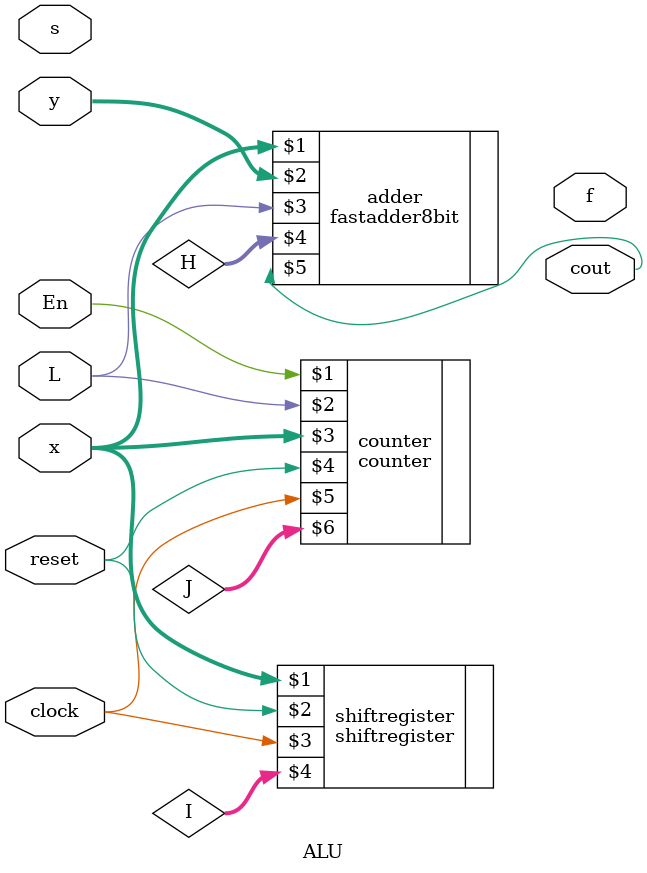
<source format=v>
/*
The following module is an ALU unit 
 it support: 
- two 8bits input ports (x,y);
-one control signal s of weight 2 ; 
- four 1bit input ports 
- one 1bit output port 
- one 8bits output port

The input port x can be used for:
-first operand of the adder ;
-the serial input of the shift register;
-the number to be loader to the counter ; 
- As an operand in the logic function 

the input port y is used for:
-second input port of the adder;
-second input port of the logic function 


the input port L is used for:
- the carry in for the adder ;
- the Load port of the counter ;

the input port En is used for:
 - the enable port of the counter

the reset port is used for:
- the reset port of the counter;
-the reset port of the shift regiter ;

the clock input port is used for:
-the clock signal of both te register and the shift register 
 
the control signal is used for:
-the control signal in the 4 to 1 multiplexer ;
-      if s1s0 = 00 then the Alu is ADDER
       if s1s0 = 01 then the Alu is SHIFT REGISTER 
       if s1s0 = 10 then the Alu is  COUNTER 
       if s1s0 = 11 then the Alu is LOGIC FUNCTION

the output f is used for :
the result of the ALU circuit; 

the ouput port cout is used for:
 the resulting carry of the binary addition is it is selected.

*/



module ALU(x, y, L, En, reset, clock, s, f , cout);

 input [7:0] x ;
 input [7:0] y ;
 input L ; 
 input En ; 
 input reset ; 
 input clock ; 
 input [1:0] s;  //control signal 
 
output [7:0] f ;
 output cout ; 

 wire [7:0] H;
 wire [7:0] I ;
 wire [7:0] J ;
 wire [7:0] K ;

//Fast adder adds two 8bits numbers x and y. L is the carry in
  fastadder8bit adder(x,y,L,H,cout) ;

//a rising edge shift register , x is the serial input , supports resetn port
shiftregister shiftregister(x,reset,clock,I);

//8bit counter , x is the nuber to load if L==1 . support enable and resetn port
 counter counter(En, L, x, reset, clock, J);

// AND logic function on 8 bit operands
//And logicfunction(x,y,K);

//4to 1 Mux to select ALU operation 
//mux4to1 multiplexer(H, I, J, K, s, f);
endmodule

</source>
